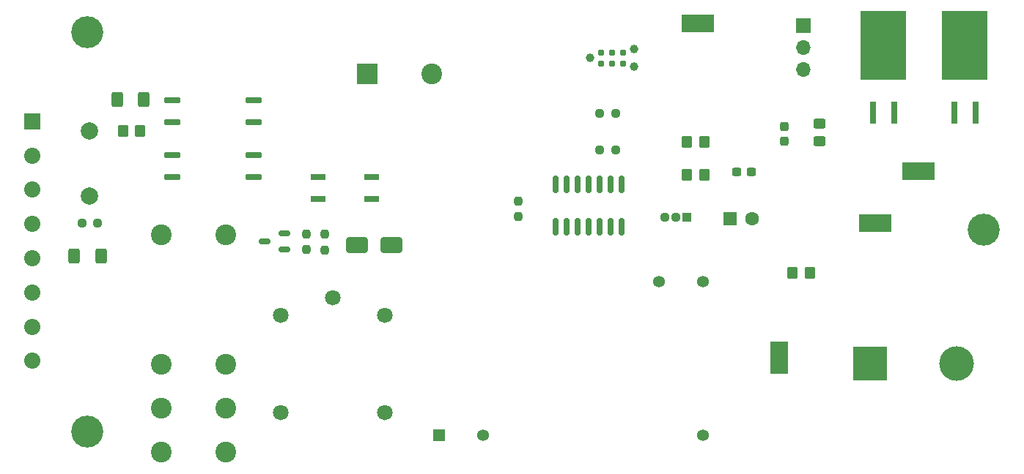
<source format=gts>
%TF.GenerationSoftware,KiCad,Pcbnew,7.0.0-1.fc36*%
%TF.CreationDate,2023-03-23T22:09:31-05:00*%
%TF.ProjectId,2275Mod,32323735-4d6f-4642-9e6b-696361645f70,rev?*%
%TF.SameCoordinates,Original*%
%TF.FileFunction,Soldermask,Top*%
%TF.FilePolarity,Negative*%
%FSLAX46Y46*%
G04 Gerber Fmt 4.6, Leading zero omitted, Abs format (unit mm)*
G04 Created by KiCad (PCBNEW 7.0.0-1.fc36) date 2023-03-23 22:09:31*
%MOMM*%
%LPD*%
G01*
G04 APERTURE LIST*
G04 Aperture macros list*
%AMRoundRect*
0 Rectangle with rounded corners*
0 $1 Rounding radius*
0 $2 $3 $4 $5 $6 $7 $8 $9 X,Y pos of 4 corners*
0 Add a 4 corners polygon primitive as box body*
4,1,4,$2,$3,$4,$5,$6,$7,$8,$9,$2,$3,0*
0 Add four circle primitives for the rounded corners*
1,1,$1+$1,$2,$3*
1,1,$1+$1,$4,$5*
1,1,$1+$1,$6,$7*
1,1,$1+$1,$8,$9*
0 Add four rect primitives between the rounded corners*
20,1,$1+$1,$2,$3,$4,$5,0*
20,1,$1+$1,$4,$5,$6,$7,0*
20,1,$1+$1,$6,$7,$8,$9,0*
20,1,$1+$1,$8,$9,$2,$3,0*%
G04 Aperture macros list end*
%ADD10RoundRect,0.250000X-0.350000X-0.450000X0.350000X-0.450000X0.350000X0.450000X-0.350000X0.450000X0*%
%ADD11RoundRect,0.250000X0.350000X0.450000X-0.350000X0.450000X-0.350000X-0.450000X0.350000X-0.450000X0*%
%ADD12R,2.400000X2.400000*%
%ADD13C,2.400000*%
%ADD14R,1.600000X1.600000*%
%ADD15C,1.600000*%
%ADD16RoundRect,0.237500X-0.250000X-0.237500X0.250000X-0.237500X0.250000X0.237500X-0.250000X0.237500X0*%
%ADD17R,1.700000X1.700000*%
%ADD18O,1.700000X1.700000*%
%ADD19RoundRect,0.150000X0.512500X0.150000X-0.512500X0.150000X-0.512500X-0.150000X0.512500X-0.150000X0*%
%ADD20C,0.990600*%
%ADD21C,0.787400*%
%ADD22R,1.358000X1.358000*%
%ADD23C,1.358000*%
%ADD24RoundRect,0.250000X-0.450000X0.325000X-0.450000X-0.325000X0.450000X-0.325000X0.450000X0.325000X0*%
%ADD25RoundRect,0.237500X-0.237500X0.250000X-0.237500X-0.250000X0.237500X-0.250000X0.237500X0.250000X0*%
%ADD26C,3.700000*%
%ADD27R,3.800000X2.030000*%
%ADD28R,2.030000X3.800000*%
%ADD29R,4.000000X4.000000*%
%ADD30C,4.000000*%
%ADD31R,0.711200X2.514600*%
%ADD32R,5.308600X8.026400*%
%ADD33R,1.725000X0.650000*%
%ADD34RoundRect,0.250000X-0.400000X-0.625000X0.400000X-0.625000X0.400000X0.625000X-0.400000X0.625000X0*%
%ADD35RoundRect,0.237500X-0.300000X-0.237500X0.300000X-0.237500X0.300000X0.237500X-0.300000X0.237500X0*%
%ADD36RoundRect,0.032000X-0.888000X-0.288000X0.888000X-0.288000X0.888000X0.288000X-0.888000X0.288000X0*%
%ADD37R,1.120000X1.120000*%
%ADD38C,1.120000*%
%ADD39RoundRect,0.150000X0.150000X-0.825000X0.150000X0.825000X-0.150000X0.825000X-0.150000X-0.825000X0*%
%ADD40RoundRect,0.250000X-1.000000X-0.650000X1.000000X-0.650000X1.000000X0.650000X-1.000000X0.650000X0*%
%ADD41C,1.808000*%
%ADD42C,2.000000*%
%ADD43R,1.874000X1.874000*%
%ADD44C,1.874000*%
%ADD45RoundRect,0.237500X-0.237500X0.287500X-0.237500X-0.287500X0.237500X-0.287500X0.237500X0.287500X0*%
G04 APERTURE END LIST*
D10*
%TO.C,R202*%
X182769000Y-89154000D03*
X184769000Y-89154000D03*
%TD*%
D11*
%TO.C,R204*%
X184769000Y-92964000D03*
X182769000Y-92964000D03*
%TD*%
D12*
%TO.C,C2*%
X145839245Y-81279999D03*
D13*
X153339246Y-81280000D03*
%TD*%
D14*
%TO.C,C3*%
X187770887Y-98043999D03*
D15*
X190270888Y-98044000D03*
%TD*%
D16*
%TO.C,R201*%
X172720000Y-90043000D03*
X174545000Y-90043000D03*
%TD*%
D11*
%TO.C,R1*%
X119634000Y-87884000D03*
X117634000Y-87884000D03*
%TD*%
D17*
%TO.C,J201*%
X196214999Y-75691999D03*
D18*
X196214999Y-78231999D03*
X196214999Y-80771999D03*
%TD*%
D19*
%TO.C,q1*%
X136271000Y-101600000D03*
X136271000Y-99700000D03*
X133996000Y-100650000D03*
%TD*%
D20*
%TO.C,J2*%
X171602400Y-79425800D03*
X176682400Y-78409800D03*
X176682400Y-80441800D03*
D21*
X172872400Y-80060800D03*
X172872400Y-78790800D03*
X174142400Y-80060800D03*
X174142400Y-78790800D03*
X175412400Y-80060800D03*
X175412400Y-78790800D03*
%TD*%
D22*
%TO.C,PS1*%
X154167499Y-123104499D03*
D23*
X159247500Y-123104500D03*
X184647500Y-123104500D03*
X184647500Y-105324500D03*
X179567500Y-105324500D03*
%TD*%
D24*
%TO.C,D201*%
X198120000Y-86977000D03*
X198120000Y-89027000D03*
%TD*%
D13*
%TO.C,K1*%
X122047000Y-99917000D03*
X129540000Y-99917000D03*
X129540000Y-114903000D03*
X129540000Y-119983000D03*
X129540000Y-125063000D03*
X122047000Y-114903000D03*
X122047000Y-119983000D03*
X122047000Y-125063000D03*
%TD*%
D25*
%TO.C,R5*%
X138811000Y-99775000D03*
X138811000Y-101600000D03*
%TD*%
%TO.C,R6*%
X140970000Y-99798500D03*
X140970000Y-101623500D03*
%TD*%
D16*
%TO.C,R2*%
X112879500Y-98552000D03*
X114704500Y-98552000D03*
%TD*%
D26*
%TO.C,H3*%
X113538000Y-76454000D03*
%TD*%
%TO.C,H1*%
X113538000Y-122682000D03*
%TD*%
D27*
%TO.C,TP3*%
X209499199Y-92557599D03*
%TD*%
D28*
%TO.C,TP1*%
X193395599Y-114096799D03*
%TD*%
D29*
%TO.C,C201*%
X203928629Y-114807999D03*
D30*
X213928630Y-114808000D03*
%TD*%
D26*
%TO.C,H2*%
X217043000Y-99314000D03*
%TD*%
D31*
%TO.C,Q201*%
X213683999Y-85712299D03*
D32*
X214883999Y-77977999D03*
D31*
X216083999Y-85712299D03*
%TD*%
D33*
%TO.C,IC1*%
X140167999Y-93217999D03*
X140167999Y-95757999D03*
X146343999Y-95757999D03*
X146343999Y-93217999D03*
%TD*%
D34*
%TO.C,R3*%
X116941000Y-84201000D03*
X120041000Y-84201000D03*
%TD*%
D10*
%TO.C,R205*%
X194961000Y-104267000D03*
X196961000Y-104267000D03*
%TD*%
D35*
%TO.C,C200*%
X188494500Y-92583000D03*
X190219500Y-92583000D03*
%TD*%
D27*
%TO.C,TP4*%
X204520799Y-98501199D03*
%TD*%
D36*
%TO.C,U2*%
X123331000Y-84328000D03*
X123331000Y-86868000D03*
X132701000Y-86868000D03*
X132701000Y-84328000D03*
%TD*%
%TO.C,U3*%
X123331000Y-90678000D03*
X123331000Y-93218000D03*
X132701000Y-93218000D03*
X132701000Y-90678000D03*
%TD*%
D37*
%TO.C,U1*%
X182796249Y-97885499D03*
D38*
X181526250Y-97885500D03*
X180256250Y-97885500D03*
%TD*%
D16*
%TO.C,R200*%
X172720000Y-85852000D03*
X174545000Y-85852000D03*
%TD*%
D39*
%TO.C,U200*%
X167640000Y-98995000D03*
X168910000Y-98995000D03*
X170180000Y-98995000D03*
X171450000Y-98995000D03*
X172720000Y-98995000D03*
X173990000Y-98995000D03*
X175260000Y-98995000D03*
X175260000Y-94045000D03*
X173990000Y-94045000D03*
X172720000Y-94045000D03*
X171450000Y-94045000D03*
X170180000Y-94045000D03*
X168910000Y-94045000D03*
X167640000Y-94045000D03*
%TD*%
D31*
%TO.C,Q200*%
X204285999Y-85712299D03*
D32*
X205485999Y-77977999D03*
D31*
X206685999Y-85712299D03*
%TD*%
D40*
%TO.C,D1*%
X144685000Y-101092000D03*
X148685000Y-101092000D03*
%TD*%
D41*
%TO.C,K2*%
X141876500Y-107177602D03*
X135876501Y-109177604D03*
X135876501Y-120477599D03*
X147876499Y-120477599D03*
X147876499Y-109177604D03*
%TD*%
D25*
%TO.C,R203*%
X163322000Y-95965000D03*
X163322000Y-97790000D03*
%TD*%
D42*
%TO.C,C1*%
X113792000Y-87884000D03*
X113792000Y-95384000D03*
%TD*%
D34*
%TO.C,R4*%
X111988000Y-102362000D03*
X115088000Y-102362000D03*
%TD*%
D27*
%TO.C,TP2*%
X183997599Y-75387199D03*
%TD*%
D43*
%TO.C,J1*%
X107185999Y-86757499D03*
D44*
X107186000Y-90717500D03*
X107186000Y-94677500D03*
X107186000Y-98637500D03*
X107186000Y-102597500D03*
X107186000Y-106557500D03*
X107186000Y-110517500D03*
X107186000Y-114477500D03*
%TD*%
D45*
%TO.C,D200*%
X194056000Y-87327000D03*
X194056000Y-89077000D03*
%TD*%
M02*

</source>
